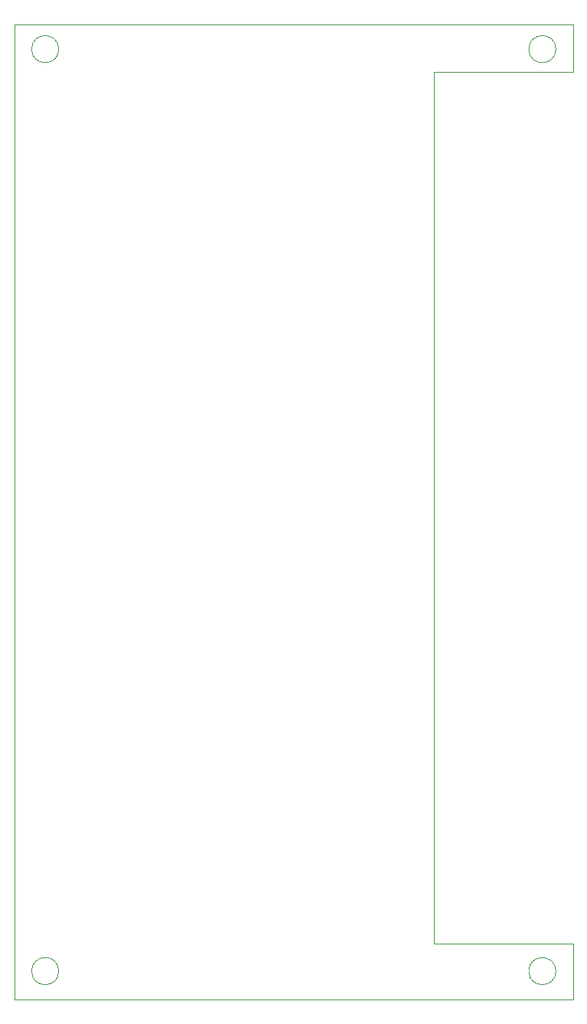
<source format=gbr>
%TF.GenerationSoftware,KiCad,Pcbnew,7.0.7*%
%TF.CreationDate,2024-02-25T20:38:01+01:00*%
%TF.ProjectId,TFT_tactil_screen,5446545f-7461-4637-9469-6c5f73637265,rev?*%
%TF.SameCoordinates,Original*%
%TF.FileFunction,Profile,NP*%
%FSLAX46Y46*%
G04 Gerber Fmt 4.6, Leading zero omitted, Abs format (unit mm)*
G04 Created by KiCad (PCBNEW 7.0.7) date 2024-02-25 20:38:01*
%MOMM*%
%LPD*%
G01*
G04 APERTURE LIST*
%TA.AperFunction,Profile*%
%ADD10C,0.100000*%
%TD*%
G04 APERTURE END LIST*
D10*
X39500000Y-39000000D02*
G75*
G03*
X39500000Y-39000000I-1500000J0D01*
G01*
X94500000Y-39000000D02*
G75*
G03*
X94500000Y-39000000I-1500000J0D01*
G01*
X39500000Y-141000000D02*
G75*
G03*
X39500000Y-141000000I-1500000J0D01*
G01*
X94500000Y-141000000D02*
G75*
G03*
X94500000Y-141000000I-1500000J0D01*
G01*
X96400000Y-36300000D02*
X34600000Y-36300000D01*
X96400000Y-41500000D02*
X96400000Y-36300000D01*
X81000000Y-41500000D02*
X96400000Y-41500000D01*
X81000000Y-138000000D02*
X81000000Y-41500000D01*
X96400000Y-138000000D02*
X81000000Y-138000000D01*
X96400000Y-144100000D02*
X96400000Y-138000000D01*
X34600000Y-144100000D02*
X96400000Y-144100000D01*
X34600000Y-36300000D02*
X34600000Y-144100000D01*
M02*

</source>
